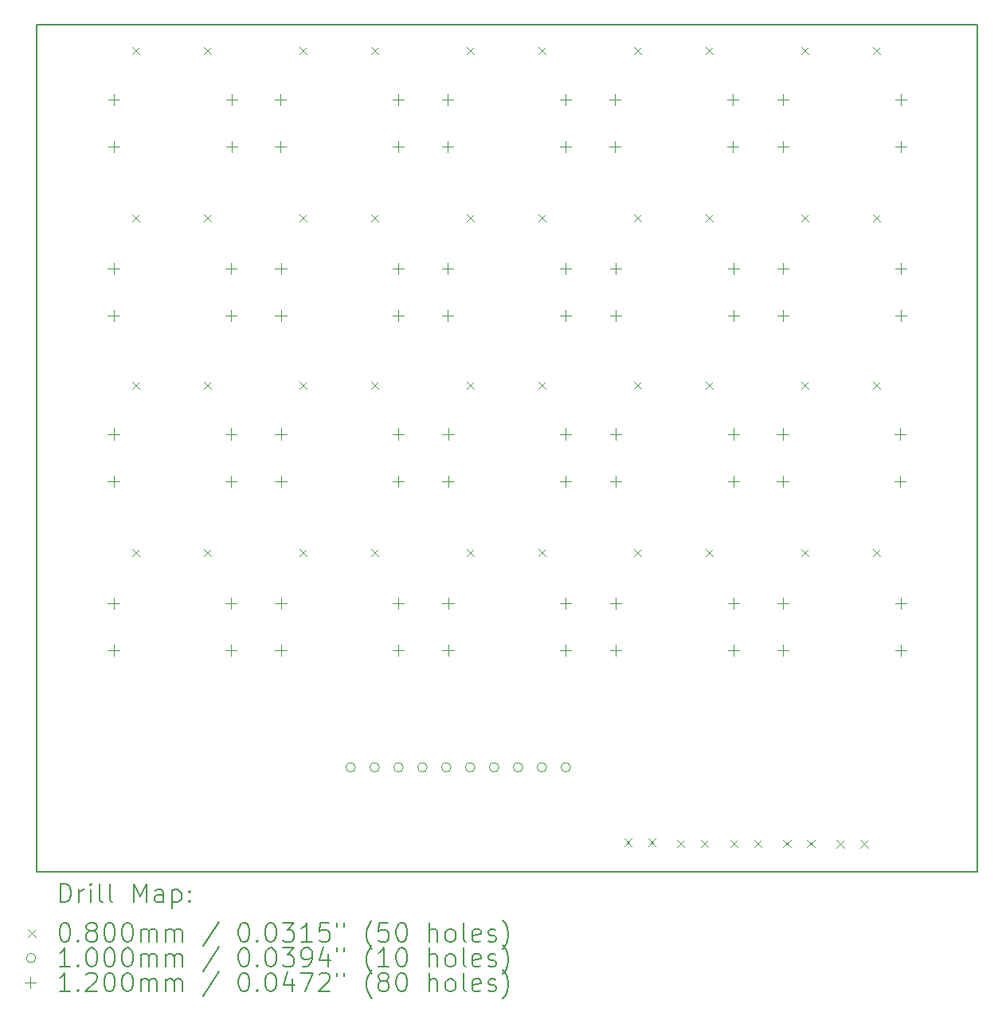
<source format=gbr>
%TF.GenerationSoftware,KiCad,Pcbnew,7.0.6*%
%TF.CreationDate,2024-12-08T10:07:49-05:00*%
%TF.ProjectId,Keypad,4b657970-6164-42e6-9b69-6361645f7063,rev?*%
%TF.SameCoordinates,Original*%
%TF.FileFunction,Drillmap*%
%TF.FilePolarity,Positive*%
%FSLAX45Y45*%
G04 Gerber Fmt 4.5, Leading zero omitted, Abs format (unit mm)*
G04 Created by KiCad (PCBNEW 7.0.6) date 2024-12-08 10:07:49*
%MOMM*%
%LPD*%
G01*
G04 APERTURE LIST*
%ADD10C,0.200000*%
%ADD11C,0.080000*%
%ADD12C,0.100000*%
%ADD13C,0.120000*%
G04 APERTURE END LIST*
D10*
X13000000Y-2500000D02*
X23000000Y-2500000D01*
X23000000Y-11500000D02*
X13000000Y-11500000D01*
X23000000Y-2500000D02*
X23000000Y-11500000D01*
X13000000Y-11500000D02*
X13000000Y-2500000D01*
D11*
X14015500Y-2734000D02*
X14095500Y-2814000D01*
X14095500Y-2734000D02*
X14015500Y-2814000D01*
X14015500Y-4512000D02*
X14095500Y-4592000D01*
X14095500Y-4512000D02*
X14015500Y-4592000D01*
X14015500Y-6290000D02*
X14095500Y-6370000D01*
X14095500Y-6290000D02*
X14015500Y-6370000D01*
X14015500Y-8068000D02*
X14095500Y-8148000D01*
X14095500Y-8068000D02*
X14015500Y-8148000D01*
X14777500Y-2734000D02*
X14857500Y-2814000D01*
X14857500Y-2734000D02*
X14777500Y-2814000D01*
X14777500Y-4512000D02*
X14857500Y-4592000D01*
X14857500Y-4512000D02*
X14777500Y-4592000D01*
X14777500Y-6290000D02*
X14857500Y-6370000D01*
X14857500Y-6290000D02*
X14777500Y-6370000D01*
X14777500Y-8068000D02*
X14857500Y-8148000D01*
X14857500Y-8068000D02*
X14777500Y-8148000D01*
X15793500Y-2734000D02*
X15873500Y-2814000D01*
X15873500Y-2734000D02*
X15793500Y-2814000D01*
X15793500Y-4512000D02*
X15873500Y-4592000D01*
X15873500Y-4512000D02*
X15793500Y-4592000D01*
X15793500Y-6290000D02*
X15873500Y-6370000D01*
X15873500Y-6290000D02*
X15793500Y-6370000D01*
X15793500Y-8068000D02*
X15873500Y-8148000D01*
X15873500Y-8068000D02*
X15793500Y-8148000D01*
X16555500Y-2734000D02*
X16635500Y-2814000D01*
X16635500Y-2734000D02*
X16555500Y-2814000D01*
X16555500Y-4512000D02*
X16635500Y-4592000D01*
X16635500Y-4512000D02*
X16555500Y-4592000D01*
X16555500Y-6290000D02*
X16635500Y-6370000D01*
X16635500Y-6290000D02*
X16555500Y-6370000D01*
X16555500Y-8068000D02*
X16635500Y-8148000D01*
X16635500Y-8068000D02*
X16555500Y-8148000D01*
X17571500Y-2734000D02*
X17651500Y-2814000D01*
X17651500Y-2734000D02*
X17571500Y-2814000D01*
X17571500Y-4512000D02*
X17651500Y-4592000D01*
X17651500Y-4512000D02*
X17571500Y-4592000D01*
X17571500Y-6290000D02*
X17651500Y-6370000D01*
X17651500Y-6290000D02*
X17571500Y-6370000D01*
X17571500Y-8068000D02*
X17651500Y-8148000D01*
X17651500Y-8068000D02*
X17571500Y-8148000D01*
X18333500Y-2734000D02*
X18413500Y-2814000D01*
X18413500Y-2734000D02*
X18333500Y-2814000D01*
X18333500Y-4512000D02*
X18413500Y-4592000D01*
X18413500Y-4512000D02*
X18333500Y-4592000D01*
X18333500Y-6290000D02*
X18413500Y-6370000D01*
X18413500Y-6290000D02*
X18333500Y-6370000D01*
X18333500Y-8068000D02*
X18413500Y-8148000D01*
X18413500Y-8068000D02*
X18333500Y-8148000D01*
X19245000Y-11145000D02*
X19325000Y-11225000D01*
X19325000Y-11145000D02*
X19245000Y-11225000D01*
X19349500Y-2734000D02*
X19429500Y-2814000D01*
X19429500Y-2734000D02*
X19349500Y-2814000D01*
X19349500Y-4512000D02*
X19429500Y-4592000D01*
X19429500Y-4512000D02*
X19349500Y-4592000D01*
X19349500Y-6290000D02*
X19429500Y-6370000D01*
X19429500Y-6290000D02*
X19349500Y-6370000D01*
X19349500Y-8068000D02*
X19429500Y-8148000D01*
X19429500Y-8068000D02*
X19349500Y-8148000D01*
X19499000Y-11145000D02*
X19579000Y-11225000D01*
X19579000Y-11145000D02*
X19499000Y-11225000D01*
X19805000Y-11157500D02*
X19885000Y-11237500D01*
X19885000Y-11157500D02*
X19805000Y-11237500D01*
X20059000Y-11157500D02*
X20139000Y-11237500D01*
X20139000Y-11157500D02*
X20059000Y-11237500D01*
X20111500Y-2734000D02*
X20191500Y-2814000D01*
X20191500Y-2734000D02*
X20111500Y-2814000D01*
X20111500Y-4512000D02*
X20191500Y-4592000D01*
X20191500Y-4512000D02*
X20111500Y-4592000D01*
X20111500Y-6290000D02*
X20191500Y-6370000D01*
X20191500Y-6290000D02*
X20111500Y-6370000D01*
X20111500Y-8068000D02*
X20191500Y-8148000D01*
X20191500Y-8068000D02*
X20111500Y-8148000D01*
X20372500Y-11157500D02*
X20452500Y-11237500D01*
X20452500Y-11157500D02*
X20372500Y-11237500D01*
X20626500Y-11157500D02*
X20706500Y-11237500D01*
X20706500Y-11157500D02*
X20626500Y-11237500D01*
X20935000Y-11157500D02*
X21015000Y-11237500D01*
X21015000Y-11157500D02*
X20935000Y-11237500D01*
X21127500Y-2734000D02*
X21207500Y-2814000D01*
X21207500Y-2734000D02*
X21127500Y-2814000D01*
X21127500Y-4512000D02*
X21207500Y-4592000D01*
X21207500Y-4512000D02*
X21127500Y-4592000D01*
X21127500Y-6290000D02*
X21207500Y-6370000D01*
X21207500Y-6290000D02*
X21127500Y-6370000D01*
X21127500Y-8068000D02*
X21207500Y-8148000D01*
X21207500Y-8068000D02*
X21127500Y-8148000D01*
X21189000Y-11157500D02*
X21269000Y-11237500D01*
X21269000Y-11157500D02*
X21189000Y-11237500D01*
X21502500Y-11160000D02*
X21582500Y-11240000D01*
X21582500Y-11160000D02*
X21502500Y-11240000D01*
X21756500Y-11160000D02*
X21836500Y-11240000D01*
X21836500Y-11160000D02*
X21756500Y-11240000D01*
X21889500Y-2734000D02*
X21969500Y-2814000D01*
X21969500Y-2734000D02*
X21889500Y-2814000D01*
X21889500Y-4512000D02*
X21969500Y-4592000D01*
X21969500Y-4512000D02*
X21889500Y-4592000D01*
X21889500Y-6290000D02*
X21969500Y-6370000D01*
X21969500Y-6290000D02*
X21889500Y-6370000D01*
X21889500Y-8068000D02*
X21969500Y-8148000D01*
X21969500Y-8068000D02*
X21889500Y-8148000D01*
D12*
X16388000Y-10387500D02*
G75*
G03*
X16388000Y-10387500I-50000J0D01*
G01*
X16642000Y-10387500D02*
G75*
G03*
X16642000Y-10387500I-50000J0D01*
G01*
X16896000Y-10387500D02*
G75*
G03*
X16896000Y-10387500I-50000J0D01*
G01*
X17150000Y-10387500D02*
G75*
G03*
X17150000Y-10387500I-50000J0D01*
G01*
X17404000Y-10387500D02*
G75*
G03*
X17404000Y-10387500I-50000J0D01*
G01*
X17658000Y-10387500D02*
G75*
G03*
X17658000Y-10387500I-50000J0D01*
G01*
X17912000Y-10387500D02*
G75*
G03*
X17912000Y-10387500I-50000J0D01*
G01*
X18166000Y-10387500D02*
G75*
G03*
X18166000Y-10387500I-50000J0D01*
G01*
X18420000Y-10387500D02*
G75*
G03*
X18420000Y-10387500I-50000J0D01*
G01*
X18674000Y-10387500D02*
G75*
G03*
X18674000Y-10387500I-50000J0D01*
G01*
D13*
X13817500Y-5028000D02*
X13817500Y-5148000D01*
X13757500Y-5088000D02*
X13877500Y-5088000D01*
X13817500Y-5528000D02*
X13817500Y-5648000D01*
X13757500Y-5588000D02*
X13877500Y-5588000D01*
X13817500Y-6786000D02*
X13817500Y-6906000D01*
X13757500Y-6846000D02*
X13877500Y-6846000D01*
X13817500Y-7286000D02*
X13817500Y-7406000D01*
X13757500Y-7346000D02*
X13877500Y-7346000D01*
X13817500Y-8584000D02*
X13817500Y-8704000D01*
X13757500Y-8644000D02*
X13877500Y-8644000D01*
X13817500Y-9084000D02*
X13817500Y-9204000D01*
X13757500Y-9144000D02*
X13877500Y-9144000D01*
X13821500Y-3236000D02*
X13821500Y-3356000D01*
X13761500Y-3296000D02*
X13881500Y-3296000D01*
X13821500Y-3736000D02*
X13821500Y-3856000D01*
X13761500Y-3796000D02*
X13881500Y-3796000D01*
X15067500Y-5028000D02*
X15067500Y-5148000D01*
X15007500Y-5088000D02*
X15127500Y-5088000D01*
X15067500Y-5528000D02*
X15067500Y-5648000D01*
X15007500Y-5588000D02*
X15127500Y-5588000D01*
X15067500Y-6786000D02*
X15067500Y-6906000D01*
X15007500Y-6846000D02*
X15127500Y-6846000D01*
X15067500Y-7286000D02*
X15067500Y-7406000D01*
X15007500Y-7346000D02*
X15127500Y-7346000D01*
X15067500Y-8584000D02*
X15067500Y-8704000D01*
X15007500Y-8644000D02*
X15127500Y-8644000D01*
X15067500Y-9084000D02*
X15067500Y-9204000D01*
X15007500Y-9144000D02*
X15127500Y-9144000D01*
X15071500Y-3236000D02*
X15071500Y-3356000D01*
X15011500Y-3296000D02*
X15131500Y-3296000D01*
X15071500Y-3736000D02*
X15071500Y-3856000D01*
X15011500Y-3796000D02*
X15131500Y-3796000D01*
X15591500Y-3236000D02*
X15591500Y-3356000D01*
X15531500Y-3296000D02*
X15651500Y-3296000D01*
X15591500Y-3736000D02*
X15591500Y-3856000D01*
X15531500Y-3796000D02*
X15651500Y-3796000D01*
X15595500Y-5028000D02*
X15595500Y-5148000D01*
X15535500Y-5088000D02*
X15655500Y-5088000D01*
X15595500Y-5528000D02*
X15595500Y-5648000D01*
X15535500Y-5588000D02*
X15655500Y-5588000D01*
X15595500Y-6786000D02*
X15595500Y-6906000D01*
X15535500Y-6846000D02*
X15655500Y-6846000D01*
X15595500Y-7286000D02*
X15595500Y-7406000D01*
X15535500Y-7346000D02*
X15655500Y-7346000D01*
X15595500Y-8584000D02*
X15595500Y-8704000D01*
X15535500Y-8644000D02*
X15655500Y-8644000D01*
X15595500Y-9084000D02*
X15595500Y-9204000D01*
X15535500Y-9144000D02*
X15655500Y-9144000D01*
X16841500Y-3236000D02*
X16841500Y-3356000D01*
X16781500Y-3296000D02*
X16901500Y-3296000D01*
X16841500Y-3736000D02*
X16841500Y-3856000D01*
X16781500Y-3796000D02*
X16901500Y-3796000D01*
X16845500Y-5028000D02*
X16845500Y-5148000D01*
X16785500Y-5088000D02*
X16905500Y-5088000D01*
X16845500Y-5528000D02*
X16845500Y-5648000D01*
X16785500Y-5588000D02*
X16905500Y-5588000D01*
X16845500Y-6786000D02*
X16845500Y-6906000D01*
X16785500Y-6846000D02*
X16905500Y-6846000D01*
X16845500Y-7286000D02*
X16845500Y-7406000D01*
X16785500Y-7346000D02*
X16905500Y-7346000D01*
X16845500Y-8584000D02*
X16845500Y-8704000D01*
X16785500Y-8644000D02*
X16905500Y-8644000D01*
X16845500Y-9084000D02*
X16845500Y-9204000D01*
X16785500Y-9144000D02*
X16905500Y-9144000D01*
X17369500Y-3236000D02*
X17369500Y-3356000D01*
X17309500Y-3296000D02*
X17429500Y-3296000D01*
X17369500Y-3736000D02*
X17369500Y-3856000D01*
X17309500Y-3796000D02*
X17429500Y-3796000D01*
X17369500Y-5028000D02*
X17369500Y-5148000D01*
X17309500Y-5088000D02*
X17429500Y-5088000D01*
X17369500Y-5528000D02*
X17369500Y-5648000D01*
X17309500Y-5588000D02*
X17429500Y-5588000D01*
X17373500Y-6786000D02*
X17373500Y-6906000D01*
X17313500Y-6846000D02*
X17433500Y-6846000D01*
X17373500Y-7286000D02*
X17373500Y-7406000D01*
X17313500Y-7346000D02*
X17433500Y-7346000D01*
X17373500Y-8584000D02*
X17373500Y-8704000D01*
X17313500Y-8644000D02*
X17433500Y-8644000D01*
X17373500Y-9084000D02*
X17373500Y-9204000D01*
X17313500Y-9144000D02*
X17433500Y-9144000D01*
X18619500Y-3236000D02*
X18619500Y-3356000D01*
X18559500Y-3296000D02*
X18679500Y-3296000D01*
X18619500Y-3736000D02*
X18619500Y-3856000D01*
X18559500Y-3796000D02*
X18679500Y-3796000D01*
X18619500Y-5028000D02*
X18619500Y-5148000D01*
X18559500Y-5088000D02*
X18679500Y-5088000D01*
X18619500Y-5528000D02*
X18619500Y-5648000D01*
X18559500Y-5588000D02*
X18679500Y-5588000D01*
X18623500Y-6786000D02*
X18623500Y-6906000D01*
X18563500Y-6846000D02*
X18683500Y-6846000D01*
X18623500Y-7286000D02*
X18623500Y-7406000D01*
X18563500Y-7346000D02*
X18683500Y-7346000D01*
X18623500Y-8584000D02*
X18623500Y-8704000D01*
X18563500Y-8644000D02*
X18683500Y-8644000D01*
X18623500Y-9084000D02*
X18623500Y-9204000D01*
X18563500Y-9144000D02*
X18683500Y-9144000D01*
X19147500Y-3236000D02*
X19147500Y-3356000D01*
X19087500Y-3296000D02*
X19207500Y-3296000D01*
X19147500Y-3736000D02*
X19147500Y-3856000D01*
X19087500Y-3796000D02*
X19207500Y-3796000D01*
X19155500Y-5028000D02*
X19155500Y-5148000D01*
X19095500Y-5088000D02*
X19215500Y-5088000D01*
X19155500Y-5528000D02*
X19155500Y-5648000D01*
X19095500Y-5588000D02*
X19215500Y-5588000D01*
X19155500Y-6786000D02*
X19155500Y-6906000D01*
X19095500Y-6846000D02*
X19215500Y-6846000D01*
X19155500Y-7286000D02*
X19155500Y-7406000D01*
X19095500Y-7346000D02*
X19215500Y-7346000D01*
X19155500Y-8584000D02*
X19155500Y-8704000D01*
X19095500Y-8644000D02*
X19215500Y-8644000D01*
X19155500Y-9084000D02*
X19155500Y-9204000D01*
X19095500Y-9144000D02*
X19215500Y-9144000D01*
X20397500Y-3236000D02*
X20397500Y-3356000D01*
X20337500Y-3296000D02*
X20457500Y-3296000D01*
X20397500Y-3736000D02*
X20397500Y-3856000D01*
X20337500Y-3796000D02*
X20457500Y-3796000D01*
X20405500Y-5028000D02*
X20405500Y-5148000D01*
X20345500Y-5088000D02*
X20465500Y-5088000D01*
X20405500Y-5528000D02*
X20405500Y-5648000D01*
X20345500Y-5588000D02*
X20465500Y-5588000D01*
X20405500Y-6786000D02*
X20405500Y-6906000D01*
X20345500Y-6846000D02*
X20465500Y-6846000D01*
X20405500Y-7286000D02*
X20405500Y-7406000D01*
X20345500Y-7346000D02*
X20465500Y-7346000D01*
X20405500Y-8584000D02*
X20405500Y-8704000D01*
X20345500Y-8644000D02*
X20465500Y-8644000D01*
X20405500Y-9084000D02*
X20405500Y-9204000D01*
X20345500Y-9144000D02*
X20465500Y-9144000D01*
X20929500Y-6786000D02*
X20929500Y-6906000D01*
X20869500Y-6846000D02*
X20989500Y-6846000D01*
X20929500Y-7286000D02*
X20929500Y-7406000D01*
X20869500Y-7346000D02*
X20989500Y-7346000D01*
X20933500Y-3236000D02*
X20933500Y-3356000D01*
X20873500Y-3296000D02*
X20993500Y-3296000D01*
X20933500Y-3736000D02*
X20933500Y-3856000D01*
X20873500Y-3796000D02*
X20993500Y-3796000D01*
X20933500Y-5028000D02*
X20933500Y-5148000D01*
X20873500Y-5088000D02*
X20993500Y-5088000D01*
X20933500Y-5528000D02*
X20933500Y-5648000D01*
X20873500Y-5588000D02*
X20993500Y-5588000D01*
X20933500Y-8584000D02*
X20933500Y-8704000D01*
X20873500Y-8644000D02*
X20993500Y-8644000D01*
X20933500Y-9084000D02*
X20933500Y-9204000D01*
X20873500Y-9144000D02*
X20993500Y-9144000D01*
X22179500Y-6786000D02*
X22179500Y-6906000D01*
X22119500Y-6846000D02*
X22239500Y-6846000D01*
X22179500Y-7286000D02*
X22179500Y-7406000D01*
X22119500Y-7346000D02*
X22239500Y-7346000D01*
X22183500Y-3236000D02*
X22183500Y-3356000D01*
X22123500Y-3296000D02*
X22243500Y-3296000D01*
X22183500Y-3736000D02*
X22183500Y-3856000D01*
X22123500Y-3796000D02*
X22243500Y-3796000D01*
X22183500Y-5028000D02*
X22183500Y-5148000D01*
X22123500Y-5088000D02*
X22243500Y-5088000D01*
X22183500Y-5528000D02*
X22183500Y-5648000D01*
X22123500Y-5588000D02*
X22243500Y-5588000D01*
X22183500Y-8584000D02*
X22183500Y-8704000D01*
X22123500Y-8644000D02*
X22243500Y-8644000D01*
X22183500Y-9084000D02*
X22183500Y-9204000D01*
X22123500Y-9144000D02*
X22243500Y-9144000D01*
D10*
X13250777Y-11821484D02*
X13250777Y-11621484D01*
X13250777Y-11621484D02*
X13298396Y-11621484D01*
X13298396Y-11621484D02*
X13326967Y-11631008D01*
X13326967Y-11631008D02*
X13346015Y-11650055D01*
X13346015Y-11650055D02*
X13355539Y-11669103D01*
X13355539Y-11669103D02*
X13365062Y-11707198D01*
X13365062Y-11707198D02*
X13365062Y-11735769D01*
X13365062Y-11735769D02*
X13355539Y-11773865D01*
X13355539Y-11773865D02*
X13346015Y-11792912D01*
X13346015Y-11792912D02*
X13326967Y-11811960D01*
X13326967Y-11811960D02*
X13298396Y-11821484D01*
X13298396Y-11821484D02*
X13250777Y-11821484D01*
X13450777Y-11821484D02*
X13450777Y-11688150D01*
X13450777Y-11726246D02*
X13460301Y-11707198D01*
X13460301Y-11707198D02*
X13469824Y-11697674D01*
X13469824Y-11697674D02*
X13488872Y-11688150D01*
X13488872Y-11688150D02*
X13507920Y-11688150D01*
X13574586Y-11821484D02*
X13574586Y-11688150D01*
X13574586Y-11621484D02*
X13565062Y-11631008D01*
X13565062Y-11631008D02*
X13574586Y-11640531D01*
X13574586Y-11640531D02*
X13584110Y-11631008D01*
X13584110Y-11631008D02*
X13574586Y-11621484D01*
X13574586Y-11621484D02*
X13574586Y-11640531D01*
X13698396Y-11821484D02*
X13679348Y-11811960D01*
X13679348Y-11811960D02*
X13669824Y-11792912D01*
X13669824Y-11792912D02*
X13669824Y-11621484D01*
X13803158Y-11821484D02*
X13784110Y-11811960D01*
X13784110Y-11811960D02*
X13774586Y-11792912D01*
X13774586Y-11792912D02*
X13774586Y-11621484D01*
X14031729Y-11821484D02*
X14031729Y-11621484D01*
X14031729Y-11621484D02*
X14098396Y-11764341D01*
X14098396Y-11764341D02*
X14165062Y-11621484D01*
X14165062Y-11621484D02*
X14165062Y-11821484D01*
X14346015Y-11821484D02*
X14346015Y-11716722D01*
X14346015Y-11716722D02*
X14336491Y-11697674D01*
X14336491Y-11697674D02*
X14317443Y-11688150D01*
X14317443Y-11688150D02*
X14279348Y-11688150D01*
X14279348Y-11688150D02*
X14260301Y-11697674D01*
X14346015Y-11811960D02*
X14326967Y-11821484D01*
X14326967Y-11821484D02*
X14279348Y-11821484D01*
X14279348Y-11821484D02*
X14260301Y-11811960D01*
X14260301Y-11811960D02*
X14250777Y-11792912D01*
X14250777Y-11792912D02*
X14250777Y-11773865D01*
X14250777Y-11773865D02*
X14260301Y-11754817D01*
X14260301Y-11754817D02*
X14279348Y-11745293D01*
X14279348Y-11745293D02*
X14326967Y-11745293D01*
X14326967Y-11745293D02*
X14346015Y-11735769D01*
X14441253Y-11688150D02*
X14441253Y-11888150D01*
X14441253Y-11697674D02*
X14460301Y-11688150D01*
X14460301Y-11688150D02*
X14498396Y-11688150D01*
X14498396Y-11688150D02*
X14517443Y-11697674D01*
X14517443Y-11697674D02*
X14526967Y-11707198D01*
X14526967Y-11707198D02*
X14536491Y-11726246D01*
X14536491Y-11726246D02*
X14536491Y-11783388D01*
X14536491Y-11783388D02*
X14526967Y-11802436D01*
X14526967Y-11802436D02*
X14517443Y-11811960D01*
X14517443Y-11811960D02*
X14498396Y-11821484D01*
X14498396Y-11821484D02*
X14460301Y-11821484D01*
X14460301Y-11821484D02*
X14441253Y-11811960D01*
X14622205Y-11802436D02*
X14631729Y-11811960D01*
X14631729Y-11811960D02*
X14622205Y-11821484D01*
X14622205Y-11821484D02*
X14612682Y-11811960D01*
X14612682Y-11811960D02*
X14622205Y-11802436D01*
X14622205Y-11802436D02*
X14622205Y-11821484D01*
X14622205Y-11697674D02*
X14631729Y-11707198D01*
X14631729Y-11707198D02*
X14622205Y-11716722D01*
X14622205Y-11716722D02*
X14612682Y-11707198D01*
X14612682Y-11707198D02*
X14622205Y-11697674D01*
X14622205Y-11697674D02*
X14622205Y-11716722D01*
D11*
X12910000Y-12110000D02*
X12990000Y-12190000D01*
X12990000Y-12110000D02*
X12910000Y-12190000D01*
D10*
X13288872Y-12041484D02*
X13307920Y-12041484D01*
X13307920Y-12041484D02*
X13326967Y-12051008D01*
X13326967Y-12051008D02*
X13336491Y-12060531D01*
X13336491Y-12060531D02*
X13346015Y-12079579D01*
X13346015Y-12079579D02*
X13355539Y-12117674D01*
X13355539Y-12117674D02*
X13355539Y-12165293D01*
X13355539Y-12165293D02*
X13346015Y-12203388D01*
X13346015Y-12203388D02*
X13336491Y-12222436D01*
X13336491Y-12222436D02*
X13326967Y-12231960D01*
X13326967Y-12231960D02*
X13307920Y-12241484D01*
X13307920Y-12241484D02*
X13288872Y-12241484D01*
X13288872Y-12241484D02*
X13269824Y-12231960D01*
X13269824Y-12231960D02*
X13260301Y-12222436D01*
X13260301Y-12222436D02*
X13250777Y-12203388D01*
X13250777Y-12203388D02*
X13241253Y-12165293D01*
X13241253Y-12165293D02*
X13241253Y-12117674D01*
X13241253Y-12117674D02*
X13250777Y-12079579D01*
X13250777Y-12079579D02*
X13260301Y-12060531D01*
X13260301Y-12060531D02*
X13269824Y-12051008D01*
X13269824Y-12051008D02*
X13288872Y-12041484D01*
X13441253Y-12222436D02*
X13450777Y-12231960D01*
X13450777Y-12231960D02*
X13441253Y-12241484D01*
X13441253Y-12241484D02*
X13431729Y-12231960D01*
X13431729Y-12231960D02*
X13441253Y-12222436D01*
X13441253Y-12222436D02*
X13441253Y-12241484D01*
X13565062Y-12127198D02*
X13546015Y-12117674D01*
X13546015Y-12117674D02*
X13536491Y-12108150D01*
X13536491Y-12108150D02*
X13526967Y-12089103D01*
X13526967Y-12089103D02*
X13526967Y-12079579D01*
X13526967Y-12079579D02*
X13536491Y-12060531D01*
X13536491Y-12060531D02*
X13546015Y-12051008D01*
X13546015Y-12051008D02*
X13565062Y-12041484D01*
X13565062Y-12041484D02*
X13603158Y-12041484D01*
X13603158Y-12041484D02*
X13622205Y-12051008D01*
X13622205Y-12051008D02*
X13631729Y-12060531D01*
X13631729Y-12060531D02*
X13641253Y-12079579D01*
X13641253Y-12079579D02*
X13641253Y-12089103D01*
X13641253Y-12089103D02*
X13631729Y-12108150D01*
X13631729Y-12108150D02*
X13622205Y-12117674D01*
X13622205Y-12117674D02*
X13603158Y-12127198D01*
X13603158Y-12127198D02*
X13565062Y-12127198D01*
X13565062Y-12127198D02*
X13546015Y-12136722D01*
X13546015Y-12136722D02*
X13536491Y-12146246D01*
X13536491Y-12146246D02*
X13526967Y-12165293D01*
X13526967Y-12165293D02*
X13526967Y-12203388D01*
X13526967Y-12203388D02*
X13536491Y-12222436D01*
X13536491Y-12222436D02*
X13546015Y-12231960D01*
X13546015Y-12231960D02*
X13565062Y-12241484D01*
X13565062Y-12241484D02*
X13603158Y-12241484D01*
X13603158Y-12241484D02*
X13622205Y-12231960D01*
X13622205Y-12231960D02*
X13631729Y-12222436D01*
X13631729Y-12222436D02*
X13641253Y-12203388D01*
X13641253Y-12203388D02*
X13641253Y-12165293D01*
X13641253Y-12165293D02*
X13631729Y-12146246D01*
X13631729Y-12146246D02*
X13622205Y-12136722D01*
X13622205Y-12136722D02*
X13603158Y-12127198D01*
X13765062Y-12041484D02*
X13784110Y-12041484D01*
X13784110Y-12041484D02*
X13803158Y-12051008D01*
X13803158Y-12051008D02*
X13812682Y-12060531D01*
X13812682Y-12060531D02*
X13822205Y-12079579D01*
X13822205Y-12079579D02*
X13831729Y-12117674D01*
X13831729Y-12117674D02*
X13831729Y-12165293D01*
X13831729Y-12165293D02*
X13822205Y-12203388D01*
X13822205Y-12203388D02*
X13812682Y-12222436D01*
X13812682Y-12222436D02*
X13803158Y-12231960D01*
X13803158Y-12231960D02*
X13784110Y-12241484D01*
X13784110Y-12241484D02*
X13765062Y-12241484D01*
X13765062Y-12241484D02*
X13746015Y-12231960D01*
X13746015Y-12231960D02*
X13736491Y-12222436D01*
X13736491Y-12222436D02*
X13726967Y-12203388D01*
X13726967Y-12203388D02*
X13717443Y-12165293D01*
X13717443Y-12165293D02*
X13717443Y-12117674D01*
X13717443Y-12117674D02*
X13726967Y-12079579D01*
X13726967Y-12079579D02*
X13736491Y-12060531D01*
X13736491Y-12060531D02*
X13746015Y-12051008D01*
X13746015Y-12051008D02*
X13765062Y-12041484D01*
X13955539Y-12041484D02*
X13974586Y-12041484D01*
X13974586Y-12041484D02*
X13993634Y-12051008D01*
X13993634Y-12051008D02*
X14003158Y-12060531D01*
X14003158Y-12060531D02*
X14012682Y-12079579D01*
X14012682Y-12079579D02*
X14022205Y-12117674D01*
X14022205Y-12117674D02*
X14022205Y-12165293D01*
X14022205Y-12165293D02*
X14012682Y-12203388D01*
X14012682Y-12203388D02*
X14003158Y-12222436D01*
X14003158Y-12222436D02*
X13993634Y-12231960D01*
X13993634Y-12231960D02*
X13974586Y-12241484D01*
X13974586Y-12241484D02*
X13955539Y-12241484D01*
X13955539Y-12241484D02*
X13936491Y-12231960D01*
X13936491Y-12231960D02*
X13926967Y-12222436D01*
X13926967Y-12222436D02*
X13917443Y-12203388D01*
X13917443Y-12203388D02*
X13907920Y-12165293D01*
X13907920Y-12165293D02*
X13907920Y-12117674D01*
X13907920Y-12117674D02*
X13917443Y-12079579D01*
X13917443Y-12079579D02*
X13926967Y-12060531D01*
X13926967Y-12060531D02*
X13936491Y-12051008D01*
X13936491Y-12051008D02*
X13955539Y-12041484D01*
X14107920Y-12241484D02*
X14107920Y-12108150D01*
X14107920Y-12127198D02*
X14117443Y-12117674D01*
X14117443Y-12117674D02*
X14136491Y-12108150D01*
X14136491Y-12108150D02*
X14165063Y-12108150D01*
X14165063Y-12108150D02*
X14184110Y-12117674D01*
X14184110Y-12117674D02*
X14193634Y-12136722D01*
X14193634Y-12136722D02*
X14193634Y-12241484D01*
X14193634Y-12136722D02*
X14203158Y-12117674D01*
X14203158Y-12117674D02*
X14222205Y-12108150D01*
X14222205Y-12108150D02*
X14250777Y-12108150D01*
X14250777Y-12108150D02*
X14269824Y-12117674D01*
X14269824Y-12117674D02*
X14279348Y-12136722D01*
X14279348Y-12136722D02*
X14279348Y-12241484D01*
X14374586Y-12241484D02*
X14374586Y-12108150D01*
X14374586Y-12127198D02*
X14384110Y-12117674D01*
X14384110Y-12117674D02*
X14403158Y-12108150D01*
X14403158Y-12108150D02*
X14431729Y-12108150D01*
X14431729Y-12108150D02*
X14450777Y-12117674D01*
X14450777Y-12117674D02*
X14460301Y-12136722D01*
X14460301Y-12136722D02*
X14460301Y-12241484D01*
X14460301Y-12136722D02*
X14469824Y-12117674D01*
X14469824Y-12117674D02*
X14488872Y-12108150D01*
X14488872Y-12108150D02*
X14517443Y-12108150D01*
X14517443Y-12108150D02*
X14536491Y-12117674D01*
X14536491Y-12117674D02*
X14546015Y-12136722D01*
X14546015Y-12136722D02*
X14546015Y-12241484D01*
X14936491Y-12031960D02*
X14765063Y-12289103D01*
X15193634Y-12041484D02*
X15212682Y-12041484D01*
X15212682Y-12041484D02*
X15231729Y-12051008D01*
X15231729Y-12051008D02*
X15241253Y-12060531D01*
X15241253Y-12060531D02*
X15250777Y-12079579D01*
X15250777Y-12079579D02*
X15260301Y-12117674D01*
X15260301Y-12117674D02*
X15260301Y-12165293D01*
X15260301Y-12165293D02*
X15250777Y-12203388D01*
X15250777Y-12203388D02*
X15241253Y-12222436D01*
X15241253Y-12222436D02*
X15231729Y-12231960D01*
X15231729Y-12231960D02*
X15212682Y-12241484D01*
X15212682Y-12241484D02*
X15193634Y-12241484D01*
X15193634Y-12241484D02*
X15174586Y-12231960D01*
X15174586Y-12231960D02*
X15165063Y-12222436D01*
X15165063Y-12222436D02*
X15155539Y-12203388D01*
X15155539Y-12203388D02*
X15146015Y-12165293D01*
X15146015Y-12165293D02*
X15146015Y-12117674D01*
X15146015Y-12117674D02*
X15155539Y-12079579D01*
X15155539Y-12079579D02*
X15165063Y-12060531D01*
X15165063Y-12060531D02*
X15174586Y-12051008D01*
X15174586Y-12051008D02*
X15193634Y-12041484D01*
X15346015Y-12222436D02*
X15355539Y-12231960D01*
X15355539Y-12231960D02*
X15346015Y-12241484D01*
X15346015Y-12241484D02*
X15336491Y-12231960D01*
X15336491Y-12231960D02*
X15346015Y-12222436D01*
X15346015Y-12222436D02*
X15346015Y-12241484D01*
X15479348Y-12041484D02*
X15498396Y-12041484D01*
X15498396Y-12041484D02*
X15517444Y-12051008D01*
X15517444Y-12051008D02*
X15526967Y-12060531D01*
X15526967Y-12060531D02*
X15536491Y-12079579D01*
X15536491Y-12079579D02*
X15546015Y-12117674D01*
X15546015Y-12117674D02*
X15546015Y-12165293D01*
X15546015Y-12165293D02*
X15536491Y-12203388D01*
X15536491Y-12203388D02*
X15526967Y-12222436D01*
X15526967Y-12222436D02*
X15517444Y-12231960D01*
X15517444Y-12231960D02*
X15498396Y-12241484D01*
X15498396Y-12241484D02*
X15479348Y-12241484D01*
X15479348Y-12241484D02*
X15460301Y-12231960D01*
X15460301Y-12231960D02*
X15450777Y-12222436D01*
X15450777Y-12222436D02*
X15441253Y-12203388D01*
X15441253Y-12203388D02*
X15431729Y-12165293D01*
X15431729Y-12165293D02*
X15431729Y-12117674D01*
X15431729Y-12117674D02*
X15441253Y-12079579D01*
X15441253Y-12079579D02*
X15450777Y-12060531D01*
X15450777Y-12060531D02*
X15460301Y-12051008D01*
X15460301Y-12051008D02*
X15479348Y-12041484D01*
X15612682Y-12041484D02*
X15736491Y-12041484D01*
X15736491Y-12041484D02*
X15669825Y-12117674D01*
X15669825Y-12117674D02*
X15698396Y-12117674D01*
X15698396Y-12117674D02*
X15717444Y-12127198D01*
X15717444Y-12127198D02*
X15726967Y-12136722D01*
X15726967Y-12136722D02*
X15736491Y-12155769D01*
X15736491Y-12155769D02*
X15736491Y-12203388D01*
X15736491Y-12203388D02*
X15726967Y-12222436D01*
X15726967Y-12222436D02*
X15717444Y-12231960D01*
X15717444Y-12231960D02*
X15698396Y-12241484D01*
X15698396Y-12241484D02*
X15641253Y-12241484D01*
X15641253Y-12241484D02*
X15622206Y-12231960D01*
X15622206Y-12231960D02*
X15612682Y-12222436D01*
X15926967Y-12241484D02*
X15812682Y-12241484D01*
X15869825Y-12241484D02*
X15869825Y-12041484D01*
X15869825Y-12041484D02*
X15850777Y-12070055D01*
X15850777Y-12070055D02*
X15831729Y-12089103D01*
X15831729Y-12089103D02*
X15812682Y-12098627D01*
X16107920Y-12041484D02*
X16012682Y-12041484D01*
X16012682Y-12041484D02*
X16003158Y-12136722D01*
X16003158Y-12136722D02*
X16012682Y-12127198D01*
X16012682Y-12127198D02*
X16031729Y-12117674D01*
X16031729Y-12117674D02*
X16079348Y-12117674D01*
X16079348Y-12117674D02*
X16098396Y-12127198D01*
X16098396Y-12127198D02*
X16107920Y-12136722D01*
X16107920Y-12136722D02*
X16117444Y-12155769D01*
X16117444Y-12155769D02*
X16117444Y-12203388D01*
X16117444Y-12203388D02*
X16107920Y-12222436D01*
X16107920Y-12222436D02*
X16098396Y-12231960D01*
X16098396Y-12231960D02*
X16079348Y-12241484D01*
X16079348Y-12241484D02*
X16031729Y-12241484D01*
X16031729Y-12241484D02*
X16012682Y-12231960D01*
X16012682Y-12231960D02*
X16003158Y-12222436D01*
X16193634Y-12041484D02*
X16193634Y-12079579D01*
X16269825Y-12041484D02*
X16269825Y-12079579D01*
X16565063Y-12317674D02*
X16555539Y-12308150D01*
X16555539Y-12308150D02*
X16536491Y-12279579D01*
X16536491Y-12279579D02*
X16526968Y-12260531D01*
X16526968Y-12260531D02*
X16517444Y-12231960D01*
X16517444Y-12231960D02*
X16507920Y-12184341D01*
X16507920Y-12184341D02*
X16507920Y-12146246D01*
X16507920Y-12146246D02*
X16517444Y-12098627D01*
X16517444Y-12098627D02*
X16526968Y-12070055D01*
X16526968Y-12070055D02*
X16536491Y-12051008D01*
X16536491Y-12051008D02*
X16555539Y-12022436D01*
X16555539Y-12022436D02*
X16565063Y-12012912D01*
X16736491Y-12041484D02*
X16641253Y-12041484D01*
X16641253Y-12041484D02*
X16631729Y-12136722D01*
X16631729Y-12136722D02*
X16641253Y-12127198D01*
X16641253Y-12127198D02*
X16660301Y-12117674D01*
X16660301Y-12117674D02*
X16707920Y-12117674D01*
X16707920Y-12117674D02*
X16726968Y-12127198D01*
X16726968Y-12127198D02*
X16736491Y-12136722D01*
X16736491Y-12136722D02*
X16746015Y-12155769D01*
X16746015Y-12155769D02*
X16746015Y-12203388D01*
X16746015Y-12203388D02*
X16736491Y-12222436D01*
X16736491Y-12222436D02*
X16726968Y-12231960D01*
X16726968Y-12231960D02*
X16707920Y-12241484D01*
X16707920Y-12241484D02*
X16660301Y-12241484D01*
X16660301Y-12241484D02*
X16641253Y-12231960D01*
X16641253Y-12231960D02*
X16631729Y-12222436D01*
X16869825Y-12041484D02*
X16888872Y-12041484D01*
X16888872Y-12041484D02*
X16907920Y-12051008D01*
X16907920Y-12051008D02*
X16917444Y-12060531D01*
X16917444Y-12060531D02*
X16926968Y-12079579D01*
X16926968Y-12079579D02*
X16936491Y-12117674D01*
X16936491Y-12117674D02*
X16936491Y-12165293D01*
X16936491Y-12165293D02*
X16926968Y-12203388D01*
X16926968Y-12203388D02*
X16917444Y-12222436D01*
X16917444Y-12222436D02*
X16907920Y-12231960D01*
X16907920Y-12231960D02*
X16888872Y-12241484D01*
X16888872Y-12241484D02*
X16869825Y-12241484D01*
X16869825Y-12241484D02*
X16850777Y-12231960D01*
X16850777Y-12231960D02*
X16841253Y-12222436D01*
X16841253Y-12222436D02*
X16831730Y-12203388D01*
X16831730Y-12203388D02*
X16822206Y-12165293D01*
X16822206Y-12165293D02*
X16822206Y-12117674D01*
X16822206Y-12117674D02*
X16831730Y-12079579D01*
X16831730Y-12079579D02*
X16841253Y-12060531D01*
X16841253Y-12060531D02*
X16850777Y-12051008D01*
X16850777Y-12051008D02*
X16869825Y-12041484D01*
X17174587Y-12241484D02*
X17174587Y-12041484D01*
X17260301Y-12241484D02*
X17260301Y-12136722D01*
X17260301Y-12136722D02*
X17250777Y-12117674D01*
X17250777Y-12117674D02*
X17231730Y-12108150D01*
X17231730Y-12108150D02*
X17203158Y-12108150D01*
X17203158Y-12108150D02*
X17184111Y-12117674D01*
X17184111Y-12117674D02*
X17174587Y-12127198D01*
X17384111Y-12241484D02*
X17365063Y-12231960D01*
X17365063Y-12231960D02*
X17355539Y-12222436D01*
X17355539Y-12222436D02*
X17346015Y-12203388D01*
X17346015Y-12203388D02*
X17346015Y-12146246D01*
X17346015Y-12146246D02*
X17355539Y-12127198D01*
X17355539Y-12127198D02*
X17365063Y-12117674D01*
X17365063Y-12117674D02*
X17384111Y-12108150D01*
X17384111Y-12108150D02*
X17412682Y-12108150D01*
X17412682Y-12108150D02*
X17431730Y-12117674D01*
X17431730Y-12117674D02*
X17441253Y-12127198D01*
X17441253Y-12127198D02*
X17450777Y-12146246D01*
X17450777Y-12146246D02*
X17450777Y-12203388D01*
X17450777Y-12203388D02*
X17441253Y-12222436D01*
X17441253Y-12222436D02*
X17431730Y-12231960D01*
X17431730Y-12231960D02*
X17412682Y-12241484D01*
X17412682Y-12241484D02*
X17384111Y-12241484D01*
X17565063Y-12241484D02*
X17546015Y-12231960D01*
X17546015Y-12231960D02*
X17536492Y-12212912D01*
X17536492Y-12212912D02*
X17536492Y-12041484D01*
X17717444Y-12231960D02*
X17698396Y-12241484D01*
X17698396Y-12241484D02*
X17660301Y-12241484D01*
X17660301Y-12241484D02*
X17641253Y-12231960D01*
X17641253Y-12231960D02*
X17631730Y-12212912D01*
X17631730Y-12212912D02*
X17631730Y-12136722D01*
X17631730Y-12136722D02*
X17641253Y-12117674D01*
X17641253Y-12117674D02*
X17660301Y-12108150D01*
X17660301Y-12108150D02*
X17698396Y-12108150D01*
X17698396Y-12108150D02*
X17717444Y-12117674D01*
X17717444Y-12117674D02*
X17726968Y-12136722D01*
X17726968Y-12136722D02*
X17726968Y-12155769D01*
X17726968Y-12155769D02*
X17631730Y-12174817D01*
X17803158Y-12231960D02*
X17822206Y-12241484D01*
X17822206Y-12241484D02*
X17860301Y-12241484D01*
X17860301Y-12241484D02*
X17879349Y-12231960D01*
X17879349Y-12231960D02*
X17888873Y-12212912D01*
X17888873Y-12212912D02*
X17888873Y-12203388D01*
X17888873Y-12203388D02*
X17879349Y-12184341D01*
X17879349Y-12184341D02*
X17860301Y-12174817D01*
X17860301Y-12174817D02*
X17831730Y-12174817D01*
X17831730Y-12174817D02*
X17812682Y-12165293D01*
X17812682Y-12165293D02*
X17803158Y-12146246D01*
X17803158Y-12146246D02*
X17803158Y-12136722D01*
X17803158Y-12136722D02*
X17812682Y-12117674D01*
X17812682Y-12117674D02*
X17831730Y-12108150D01*
X17831730Y-12108150D02*
X17860301Y-12108150D01*
X17860301Y-12108150D02*
X17879349Y-12117674D01*
X17955539Y-12317674D02*
X17965063Y-12308150D01*
X17965063Y-12308150D02*
X17984111Y-12279579D01*
X17984111Y-12279579D02*
X17993634Y-12260531D01*
X17993634Y-12260531D02*
X18003158Y-12231960D01*
X18003158Y-12231960D02*
X18012682Y-12184341D01*
X18012682Y-12184341D02*
X18012682Y-12146246D01*
X18012682Y-12146246D02*
X18003158Y-12098627D01*
X18003158Y-12098627D02*
X17993634Y-12070055D01*
X17993634Y-12070055D02*
X17984111Y-12051008D01*
X17984111Y-12051008D02*
X17965063Y-12022436D01*
X17965063Y-12022436D02*
X17955539Y-12012912D01*
D12*
X12990000Y-12414000D02*
G75*
G03*
X12990000Y-12414000I-50000J0D01*
G01*
D10*
X13355539Y-12505484D02*
X13241253Y-12505484D01*
X13298396Y-12505484D02*
X13298396Y-12305484D01*
X13298396Y-12305484D02*
X13279348Y-12334055D01*
X13279348Y-12334055D02*
X13260301Y-12353103D01*
X13260301Y-12353103D02*
X13241253Y-12362627D01*
X13441253Y-12486436D02*
X13450777Y-12495960D01*
X13450777Y-12495960D02*
X13441253Y-12505484D01*
X13441253Y-12505484D02*
X13431729Y-12495960D01*
X13431729Y-12495960D02*
X13441253Y-12486436D01*
X13441253Y-12486436D02*
X13441253Y-12505484D01*
X13574586Y-12305484D02*
X13593634Y-12305484D01*
X13593634Y-12305484D02*
X13612682Y-12315008D01*
X13612682Y-12315008D02*
X13622205Y-12324531D01*
X13622205Y-12324531D02*
X13631729Y-12343579D01*
X13631729Y-12343579D02*
X13641253Y-12381674D01*
X13641253Y-12381674D02*
X13641253Y-12429293D01*
X13641253Y-12429293D02*
X13631729Y-12467388D01*
X13631729Y-12467388D02*
X13622205Y-12486436D01*
X13622205Y-12486436D02*
X13612682Y-12495960D01*
X13612682Y-12495960D02*
X13593634Y-12505484D01*
X13593634Y-12505484D02*
X13574586Y-12505484D01*
X13574586Y-12505484D02*
X13555539Y-12495960D01*
X13555539Y-12495960D02*
X13546015Y-12486436D01*
X13546015Y-12486436D02*
X13536491Y-12467388D01*
X13536491Y-12467388D02*
X13526967Y-12429293D01*
X13526967Y-12429293D02*
X13526967Y-12381674D01*
X13526967Y-12381674D02*
X13536491Y-12343579D01*
X13536491Y-12343579D02*
X13546015Y-12324531D01*
X13546015Y-12324531D02*
X13555539Y-12315008D01*
X13555539Y-12315008D02*
X13574586Y-12305484D01*
X13765062Y-12305484D02*
X13784110Y-12305484D01*
X13784110Y-12305484D02*
X13803158Y-12315008D01*
X13803158Y-12315008D02*
X13812682Y-12324531D01*
X13812682Y-12324531D02*
X13822205Y-12343579D01*
X13822205Y-12343579D02*
X13831729Y-12381674D01*
X13831729Y-12381674D02*
X13831729Y-12429293D01*
X13831729Y-12429293D02*
X13822205Y-12467388D01*
X13822205Y-12467388D02*
X13812682Y-12486436D01*
X13812682Y-12486436D02*
X13803158Y-12495960D01*
X13803158Y-12495960D02*
X13784110Y-12505484D01*
X13784110Y-12505484D02*
X13765062Y-12505484D01*
X13765062Y-12505484D02*
X13746015Y-12495960D01*
X13746015Y-12495960D02*
X13736491Y-12486436D01*
X13736491Y-12486436D02*
X13726967Y-12467388D01*
X13726967Y-12467388D02*
X13717443Y-12429293D01*
X13717443Y-12429293D02*
X13717443Y-12381674D01*
X13717443Y-12381674D02*
X13726967Y-12343579D01*
X13726967Y-12343579D02*
X13736491Y-12324531D01*
X13736491Y-12324531D02*
X13746015Y-12315008D01*
X13746015Y-12315008D02*
X13765062Y-12305484D01*
X13955539Y-12305484D02*
X13974586Y-12305484D01*
X13974586Y-12305484D02*
X13993634Y-12315008D01*
X13993634Y-12315008D02*
X14003158Y-12324531D01*
X14003158Y-12324531D02*
X14012682Y-12343579D01*
X14012682Y-12343579D02*
X14022205Y-12381674D01*
X14022205Y-12381674D02*
X14022205Y-12429293D01*
X14022205Y-12429293D02*
X14012682Y-12467388D01*
X14012682Y-12467388D02*
X14003158Y-12486436D01*
X14003158Y-12486436D02*
X13993634Y-12495960D01*
X13993634Y-12495960D02*
X13974586Y-12505484D01*
X13974586Y-12505484D02*
X13955539Y-12505484D01*
X13955539Y-12505484D02*
X13936491Y-12495960D01*
X13936491Y-12495960D02*
X13926967Y-12486436D01*
X13926967Y-12486436D02*
X13917443Y-12467388D01*
X13917443Y-12467388D02*
X13907920Y-12429293D01*
X13907920Y-12429293D02*
X13907920Y-12381674D01*
X13907920Y-12381674D02*
X13917443Y-12343579D01*
X13917443Y-12343579D02*
X13926967Y-12324531D01*
X13926967Y-12324531D02*
X13936491Y-12315008D01*
X13936491Y-12315008D02*
X13955539Y-12305484D01*
X14107920Y-12505484D02*
X14107920Y-12372150D01*
X14107920Y-12391198D02*
X14117443Y-12381674D01*
X14117443Y-12381674D02*
X14136491Y-12372150D01*
X14136491Y-12372150D02*
X14165063Y-12372150D01*
X14165063Y-12372150D02*
X14184110Y-12381674D01*
X14184110Y-12381674D02*
X14193634Y-12400722D01*
X14193634Y-12400722D02*
X14193634Y-12505484D01*
X14193634Y-12400722D02*
X14203158Y-12381674D01*
X14203158Y-12381674D02*
X14222205Y-12372150D01*
X14222205Y-12372150D02*
X14250777Y-12372150D01*
X14250777Y-12372150D02*
X14269824Y-12381674D01*
X14269824Y-12381674D02*
X14279348Y-12400722D01*
X14279348Y-12400722D02*
X14279348Y-12505484D01*
X14374586Y-12505484D02*
X14374586Y-12372150D01*
X14374586Y-12391198D02*
X14384110Y-12381674D01*
X14384110Y-12381674D02*
X14403158Y-12372150D01*
X14403158Y-12372150D02*
X14431729Y-12372150D01*
X14431729Y-12372150D02*
X14450777Y-12381674D01*
X14450777Y-12381674D02*
X14460301Y-12400722D01*
X14460301Y-12400722D02*
X14460301Y-12505484D01*
X14460301Y-12400722D02*
X14469824Y-12381674D01*
X14469824Y-12381674D02*
X14488872Y-12372150D01*
X14488872Y-12372150D02*
X14517443Y-12372150D01*
X14517443Y-12372150D02*
X14536491Y-12381674D01*
X14536491Y-12381674D02*
X14546015Y-12400722D01*
X14546015Y-12400722D02*
X14546015Y-12505484D01*
X14936491Y-12295960D02*
X14765063Y-12553103D01*
X15193634Y-12305484D02*
X15212682Y-12305484D01*
X15212682Y-12305484D02*
X15231729Y-12315008D01*
X15231729Y-12315008D02*
X15241253Y-12324531D01*
X15241253Y-12324531D02*
X15250777Y-12343579D01*
X15250777Y-12343579D02*
X15260301Y-12381674D01*
X15260301Y-12381674D02*
X15260301Y-12429293D01*
X15260301Y-12429293D02*
X15250777Y-12467388D01*
X15250777Y-12467388D02*
X15241253Y-12486436D01*
X15241253Y-12486436D02*
X15231729Y-12495960D01*
X15231729Y-12495960D02*
X15212682Y-12505484D01*
X15212682Y-12505484D02*
X15193634Y-12505484D01*
X15193634Y-12505484D02*
X15174586Y-12495960D01*
X15174586Y-12495960D02*
X15165063Y-12486436D01*
X15165063Y-12486436D02*
X15155539Y-12467388D01*
X15155539Y-12467388D02*
X15146015Y-12429293D01*
X15146015Y-12429293D02*
X15146015Y-12381674D01*
X15146015Y-12381674D02*
X15155539Y-12343579D01*
X15155539Y-12343579D02*
X15165063Y-12324531D01*
X15165063Y-12324531D02*
X15174586Y-12315008D01*
X15174586Y-12315008D02*
X15193634Y-12305484D01*
X15346015Y-12486436D02*
X15355539Y-12495960D01*
X15355539Y-12495960D02*
X15346015Y-12505484D01*
X15346015Y-12505484D02*
X15336491Y-12495960D01*
X15336491Y-12495960D02*
X15346015Y-12486436D01*
X15346015Y-12486436D02*
X15346015Y-12505484D01*
X15479348Y-12305484D02*
X15498396Y-12305484D01*
X15498396Y-12305484D02*
X15517444Y-12315008D01*
X15517444Y-12315008D02*
X15526967Y-12324531D01*
X15526967Y-12324531D02*
X15536491Y-12343579D01*
X15536491Y-12343579D02*
X15546015Y-12381674D01*
X15546015Y-12381674D02*
X15546015Y-12429293D01*
X15546015Y-12429293D02*
X15536491Y-12467388D01*
X15536491Y-12467388D02*
X15526967Y-12486436D01*
X15526967Y-12486436D02*
X15517444Y-12495960D01*
X15517444Y-12495960D02*
X15498396Y-12505484D01*
X15498396Y-12505484D02*
X15479348Y-12505484D01*
X15479348Y-12505484D02*
X15460301Y-12495960D01*
X15460301Y-12495960D02*
X15450777Y-12486436D01*
X15450777Y-12486436D02*
X15441253Y-12467388D01*
X15441253Y-12467388D02*
X15431729Y-12429293D01*
X15431729Y-12429293D02*
X15431729Y-12381674D01*
X15431729Y-12381674D02*
X15441253Y-12343579D01*
X15441253Y-12343579D02*
X15450777Y-12324531D01*
X15450777Y-12324531D02*
X15460301Y-12315008D01*
X15460301Y-12315008D02*
X15479348Y-12305484D01*
X15612682Y-12305484D02*
X15736491Y-12305484D01*
X15736491Y-12305484D02*
X15669825Y-12381674D01*
X15669825Y-12381674D02*
X15698396Y-12381674D01*
X15698396Y-12381674D02*
X15717444Y-12391198D01*
X15717444Y-12391198D02*
X15726967Y-12400722D01*
X15726967Y-12400722D02*
X15736491Y-12419769D01*
X15736491Y-12419769D02*
X15736491Y-12467388D01*
X15736491Y-12467388D02*
X15726967Y-12486436D01*
X15726967Y-12486436D02*
X15717444Y-12495960D01*
X15717444Y-12495960D02*
X15698396Y-12505484D01*
X15698396Y-12505484D02*
X15641253Y-12505484D01*
X15641253Y-12505484D02*
X15622206Y-12495960D01*
X15622206Y-12495960D02*
X15612682Y-12486436D01*
X15831729Y-12505484D02*
X15869825Y-12505484D01*
X15869825Y-12505484D02*
X15888872Y-12495960D01*
X15888872Y-12495960D02*
X15898396Y-12486436D01*
X15898396Y-12486436D02*
X15917444Y-12457865D01*
X15917444Y-12457865D02*
X15926967Y-12419769D01*
X15926967Y-12419769D02*
X15926967Y-12343579D01*
X15926967Y-12343579D02*
X15917444Y-12324531D01*
X15917444Y-12324531D02*
X15907920Y-12315008D01*
X15907920Y-12315008D02*
X15888872Y-12305484D01*
X15888872Y-12305484D02*
X15850777Y-12305484D01*
X15850777Y-12305484D02*
X15831729Y-12315008D01*
X15831729Y-12315008D02*
X15822206Y-12324531D01*
X15822206Y-12324531D02*
X15812682Y-12343579D01*
X15812682Y-12343579D02*
X15812682Y-12391198D01*
X15812682Y-12391198D02*
X15822206Y-12410246D01*
X15822206Y-12410246D02*
X15831729Y-12419769D01*
X15831729Y-12419769D02*
X15850777Y-12429293D01*
X15850777Y-12429293D02*
X15888872Y-12429293D01*
X15888872Y-12429293D02*
X15907920Y-12419769D01*
X15907920Y-12419769D02*
X15917444Y-12410246D01*
X15917444Y-12410246D02*
X15926967Y-12391198D01*
X16098396Y-12372150D02*
X16098396Y-12505484D01*
X16050777Y-12295960D02*
X16003158Y-12438817D01*
X16003158Y-12438817D02*
X16126967Y-12438817D01*
X16193634Y-12305484D02*
X16193634Y-12343579D01*
X16269825Y-12305484D02*
X16269825Y-12343579D01*
X16565063Y-12581674D02*
X16555539Y-12572150D01*
X16555539Y-12572150D02*
X16536491Y-12543579D01*
X16536491Y-12543579D02*
X16526968Y-12524531D01*
X16526968Y-12524531D02*
X16517444Y-12495960D01*
X16517444Y-12495960D02*
X16507920Y-12448341D01*
X16507920Y-12448341D02*
X16507920Y-12410246D01*
X16507920Y-12410246D02*
X16517444Y-12362627D01*
X16517444Y-12362627D02*
X16526968Y-12334055D01*
X16526968Y-12334055D02*
X16536491Y-12315008D01*
X16536491Y-12315008D02*
X16555539Y-12286436D01*
X16555539Y-12286436D02*
X16565063Y-12276912D01*
X16746015Y-12505484D02*
X16631729Y-12505484D01*
X16688872Y-12505484D02*
X16688872Y-12305484D01*
X16688872Y-12305484D02*
X16669825Y-12334055D01*
X16669825Y-12334055D02*
X16650777Y-12353103D01*
X16650777Y-12353103D02*
X16631729Y-12362627D01*
X16869825Y-12305484D02*
X16888872Y-12305484D01*
X16888872Y-12305484D02*
X16907920Y-12315008D01*
X16907920Y-12315008D02*
X16917444Y-12324531D01*
X16917444Y-12324531D02*
X16926968Y-12343579D01*
X16926968Y-12343579D02*
X16936491Y-12381674D01*
X16936491Y-12381674D02*
X16936491Y-12429293D01*
X16936491Y-12429293D02*
X16926968Y-12467388D01*
X16926968Y-12467388D02*
X16917444Y-12486436D01*
X16917444Y-12486436D02*
X16907920Y-12495960D01*
X16907920Y-12495960D02*
X16888872Y-12505484D01*
X16888872Y-12505484D02*
X16869825Y-12505484D01*
X16869825Y-12505484D02*
X16850777Y-12495960D01*
X16850777Y-12495960D02*
X16841253Y-12486436D01*
X16841253Y-12486436D02*
X16831730Y-12467388D01*
X16831730Y-12467388D02*
X16822206Y-12429293D01*
X16822206Y-12429293D02*
X16822206Y-12381674D01*
X16822206Y-12381674D02*
X16831730Y-12343579D01*
X16831730Y-12343579D02*
X16841253Y-12324531D01*
X16841253Y-12324531D02*
X16850777Y-12315008D01*
X16850777Y-12315008D02*
X16869825Y-12305484D01*
X17174587Y-12505484D02*
X17174587Y-12305484D01*
X17260301Y-12505484D02*
X17260301Y-12400722D01*
X17260301Y-12400722D02*
X17250777Y-12381674D01*
X17250777Y-12381674D02*
X17231730Y-12372150D01*
X17231730Y-12372150D02*
X17203158Y-12372150D01*
X17203158Y-12372150D02*
X17184111Y-12381674D01*
X17184111Y-12381674D02*
X17174587Y-12391198D01*
X17384111Y-12505484D02*
X17365063Y-12495960D01*
X17365063Y-12495960D02*
X17355539Y-12486436D01*
X17355539Y-12486436D02*
X17346015Y-12467388D01*
X17346015Y-12467388D02*
X17346015Y-12410246D01*
X17346015Y-12410246D02*
X17355539Y-12391198D01*
X17355539Y-12391198D02*
X17365063Y-12381674D01*
X17365063Y-12381674D02*
X17384111Y-12372150D01*
X17384111Y-12372150D02*
X17412682Y-12372150D01*
X17412682Y-12372150D02*
X17431730Y-12381674D01*
X17431730Y-12381674D02*
X17441253Y-12391198D01*
X17441253Y-12391198D02*
X17450777Y-12410246D01*
X17450777Y-12410246D02*
X17450777Y-12467388D01*
X17450777Y-12467388D02*
X17441253Y-12486436D01*
X17441253Y-12486436D02*
X17431730Y-12495960D01*
X17431730Y-12495960D02*
X17412682Y-12505484D01*
X17412682Y-12505484D02*
X17384111Y-12505484D01*
X17565063Y-12505484D02*
X17546015Y-12495960D01*
X17546015Y-12495960D02*
X17536492Y-12476912D01*
X17536492Y-12476912D02*
X17536492Y-12305484D01*
X17717444Y-12495960D02*
X17698396Y-12505484D01*
X17698396Y-12505484D02*
X17660301Y-12505484D01*
X17660301Y-12505484D02*
X17641253Y-12495960D01*
X17641253Y-12495960D02*
X17631730Y-12476912D01*
X17631730Y-12476912D02*
X17631730Y-12400722D01*
X17631730Y-12400722D02*
X17641253Y-12381674D01*
X17641253Y-12381674D02*
X17660301Y-12372150D01*
X17660301Y-12372150D02*
X17698396Y-12372150D01*
X17698396Y-12372150D02*
X17717444Y-12381674D01*
X17717444Y-12381674D02*
X17726968Y-12400722D01*
X17726968Y-12400722D02*
X17726968Y-12419769D01*
X17726968Y-12419769D02*
X17631730Y-12438817D01*
X17803158Y-12495960D02*
X17822206Y-12505484D01*
X17822206Y-12505484D02*
X17860301Y-12505484D01*
X17860301Y-12505484D02*
X17879349Y-12495960D01*
X17879349Y-12495960D02*
X17888873Y-12476912D01*
X17888873Y-12476912D02*
X17888873Y-12467388D01*
X17888873Y-12467388D02*
X17879349Y-12448341D01*
X17879349Y-12448341D02*
X17860301Y-12438817D01*
X17860301Y-12438817D02*
X17831730Y-12438817D01*
X17831730Y-12438817D02*
X17812682Y-12429293D01*
X17812682Y-12429293D02*
X17803158Y-12410246D01*
X17803158Y-12410246D02*
X17803158Y-12400722D01*
X17803158Y-12400722D02*
X17812682Y-12381674D01*
X17812682Y-12381674D02*
X17831730Y-12372150D01*
X17831730Y-12372150D02*
X17860301Y-12372150D01*
X17860301Y-12372150D02*
X17879349Y-12381674D01*
X17955539Y-12581674D02*
X17965063Y-12572150D01*
X17965063Y-12572150D02*
X17984111Y-12543579D01*
X17984111Y-12543579D02*
X17993634Y-12524531D01*
X17993634Y-12524531D02*
X18003158Y-12495960D01*
X18003158Y-12495960D02*
X18012682Y-12448341D01*
X18012682Y-12448341D02*
X18012682Y-12410246D01*
X18012682Y-12410246D02*
X18003158Y-12362627D01*
X18003158Y-12362627D02*
X17993634Y-12334055D01*
X17993634Y-12334055D02*
X17984111Y-12315008D01*
X17984111Y-12315008D02*
X17965063Y-12286436D01*
X17965063Y-12286436D02*
X17955539Y-12276912D01*
D13*
X12930000Y-12618000D02*
X12930000Y-12738000D01*
X12870000Y-12678000D02*
X12990000Y-12678000D01*
D10*
X13355539Y-12769484D02*
X13241253Y-12769484D01*
X13298396Y-12769484D02*
X13298396Y-12569484D01*
X13298396Y-12569484D02*
X13279348Y-12598055D01*
X13279348Y-12598055D02*
X13260301Y-12617103D01*
X13260301Y-12617103D02*
X13241253Y-12626627D01*
X13441253Y-12750436D02*
X13450777Y-12759960D01*
X13450777Y-12759960D02*
X13441253Y-12769484D01*
X13441253Y-12769484D02*
X13431729Y-12759960D01*
X13431729Y-12759960D02*
X13441253Y-12750436D01*
X13441253Y-12750436D02*
X13441253Y-12769484D01*
X13526967Y-12588531D02*
X13536491Y-12579008D01*
X13536491Y-12579008D02*
X13555539Y-12569484D01*
X13555539Y-12569484D02*
X13603158Y-12569484D01*
X13603158Y-12569484D02*
X13622205Y-12579008D01*
X13622205Y-12579008D02*
X13631729Y-12588531D01*
X13631729Y-12588531D02*
X13641253Y-12607579D01*
X13641253Y-12607579D02*
X13641253Y-12626627D01*
X13641253Y-12626627D02*
X13631729Y-12655198D01*
X13631729Y-12655198D02*
X13517443Y-12769484D01*
X13517443Y-12769484D02*
X13641253Y-12769484D01*
X13765062Y-12569484D02*
X13784110Y-12569484D01*
X13784110Y-12569484D02*
X13803158Y-12579008D01*
X13803158Y-12579008D02*
X13812682Y-12588531D01*
X13812682Y-12588531D02*
X13822205Y-12607579D01*
X13822205Y-12607579D02*
X13831729Y-12645674D01*
X13831729Y-12645674D02*
X13831729Y-12693293D01*
X13831729Y-12693293D02*
X13822205Y-12731388D01*
X13822205Y-12731388D02*
X13812682Y-12750436D01*
X13812682Y-12750436D02*
X13803158Y-12759960D01*
X13803158Y-12759960D02*
X13784110Y-12769484D01*
X13784110Y-12769484D02*
X13765062Y-12769484D01*
X13765062Y-12769484D02*
X13746015Y-12759960D01*
X13746015Y-12759960D02*
X13736491Y-12750436D01*
X13736491Y-12750436D02*
X13726967Y-12731388D01*
X13726967Y-12731388D02*
X13717443Y-12693293D01*
X13717443Y-12693293D02*
X13717443Y-12645674D01*
X13717443Y-12645674D02*
X13726967Y-12607579D01*
X13726967Y-12607579D02*
X13736491Y-12588531D01*
X13736491Y-12588531D02*
X13746015Y-12579008D01*
X13746015Y-12579008D02*
X13765062Y-12569484D01*
X13955539Y-12569484D02*
X13974586Y-12569484D01*
X13974586Y-12569484D02*
X13993634Y-12579008D01*
X13993634Y-12579008D02*
X14003158Y-12588531D01*
X14003158Y-12588531D02*
X14012682Y-12607579D01*
X14012682Y-12607579D02*
X14022205Y-12645674D01*
X14022205Y-12645674D02*
X14022205Y-12693293D01*
X14022205Y-12693293D02*
X14012682Y-12731388D01*
X14012682Y-12731388D02*
X14003158Y-12750436D01*
X14003158Y-12750436D02*
X13993634Y-12759960D01*
X13993634Y-12759960D02*
X13974586Y-12769484D01*
X13974586Y-12769484D02*
X13955539Y-12769484D01*
X13955539Y-12769484D02*
X13936491Y-12759960D01*
X13936491Y-12759960D02*
X13926967Y-12750436D01*
X13926967Y-12750436D02*
X13917443Y-12731388D01*
X13917443Y-12731388D02*
X13907920Y-12693293D01*
X13907920Y-12693293D02*
X13907920Y-12645674D01*
X13907920Y-12645674D02*
X13917443Y-12607579D01*
X13917443Y-12607579D02*
X13926967Y-12588531D01*
X13926967Y-12588531D02*
X13936491Y-12579008D01*
X13936491Y-12579008D02*
X13955539Y-12569484D01*
X14107920Y-12769484D02*
X14107920Y-12636150D01*
X14107920Y-12655198D02*
X14117443Y-12645674D01*
X14117443Y-12645674D02*
X14136491Y-12636150D01*
X14136491Y-12636150D02*
X14165063Y-12636150D01*
X14165063Y-12636150D02*
X14184110Y-12645674D01*
X14184110Y-12645674D02*
X14193634Y-12664722D01*
X14193634Y-12664722D02*
X14193634Y-12769484D01*
X14193634Y-12664722D02*
X14203158Y-12645674D01*
X14203158Y-12645674D02*
X14222205Y-12636150D01*
X14222205Y-12636150D02*
X14250777Y-12636150D01*
X14250777Y-12636150D02*
X14269824Y-12645674D01*
X14269824Y-12645674D02*
X14279348Y-12664722D01*
X14279348Y-12664722D02*
X14279348Y-12769484D01*
X14374586Y-12769484D02*
X14374586Y-12636150D01*
X14374586Y-12655198D02*
X14384110Y-12645674D01*
X14384110Y-12645674D02*
X14403158Y-12636150D01*
X14403158Y-12636150D02*
X14431729Y-12636150D01*
X14431729Y-12636150D02*
X14450777Y-12645674D01*
X14450777Y-12645674D02*
X14460301Y-12664722D01*
X14460301Y-12664722D02*
X14460301Y-12769484D01*
X14460301Y-12664722D02*
X14469824Y-12645674D01*
X14469824Y-12645674D02*
X14488872Y-12636150D01*
X14488872Y-12636150D02*
X14517443Y-12636150D01*
X14517443Y-12636150D02*
X14536491Y-12645674D01*
X14536491Y-12645674D02*
X14546015Y-12664722D01*
X14546015Y-12664722D02*
X14546015Y-12769484D01*
X14936491Y-12559960D02*
X14765063Y-12817103D01*
X15193634Y-12569484D02*
X15212682Y-12569484D01*
X15212682Y-12569484D02*
X15231729Y-12579008D01*
X15231729Y-12579008D02*
X15241253Y-12588531D01*
X15241253Y-12588531D02*
X15250777Y-12607579D01*
X15250777Y-12607579D02*
X15260301Y-12645674D01*
X15260301Y-12645674D02*
X15260301Y-12693293D01*
X15260301Y-12693293D02*
X15250777Y-12731388D01*
X15250777Y-12731388D02*
X15241253Y-12750436D01*
X15241253Y-12750436D02*
X15231729Y-12759960D01*
X15231729Y-12759960D02*
X15212682Y-12769484D01*
X15212682Y-12769484D02*
X15193634Y-12769484D01*
X15193634Y-12769484D02*
X15174586Y-12759960D01*
X15174586Y-12759960D02*
X15165063Y-12750436D01*
X15165063Y-12750436D02*
X15155539Y-12731388D01*
X15155539Y-12731388D02*
X15146015Y-12693293D01*
X15146015Y-12693293D02*
X15146015Y-12645674D01*
X15146015Y-12645674D02*
X15155539Y-12607579D01*
X15155539Y-12607579D02*
X15165063Y-12588531D01*
X15165063Y-12588531D02*
X15174586Y-12579008D01*
X15174586Y-12579008D02*
X15193634Y-12569484D01*
X15346015Y-12750436D02*
X15355539Y-12759960D01*
X15355539Y-12759960D02*
X15346015Y-12769484D01*
X15346015Y-12769484D02*
X15336491Y-12759960D01*
X15336491Y-12759960D02*
X15346015Y-12750436D01*
X15346015Y-12750436D02*
X15346015Y-12769484D01*
X15479348Y-12569484D02*
X15498396Y-12569484D01*
X15498396Y-12569484D02*
X15517444Y-12579008D01*
X15517444Y-12579008D02*
X15526967Y-12588531D01*
X15526967Y-12588531D02*
X15536491Y-12607579D01*
X15536491Y-12607579D02*
X15546015Y-12645674D01*
X15546015Y-12645674D02*
X15546015Y-12693293D01*
X15546015Y-12693293D02*
X15536491Y-12731388D01*
X15536491Y-12731388D02*
X15526967Y-12750436D01*
X15526967Y-12750436D02*
X15517444Y-12759960D01*
X15517444Y-12759960D02*
X15498396Y-12769484D01*
X15498396Y-12769484D02*
X15479348Y-12769484D01*
X15479348Y-12769484D02*
X15460301Y-12759960D01*
X15460301Y-12759960D02*
X15450777Y-12750436D01*
X15450777Y-12750436D02*
X15441253Y-12731388D01*
X15441253Y-12731388D02*
X15431729Y-12693293D01*
X15431729Y-12693293D02*
X15431729Y-12645674D01*
X15431729Y-12645674D02*
X15441253Y-12607579D01*
X15441253Y-12607579D02*
X15450777Y-12588531D01*
X15450777Y-12588531D02*
X15460301Y-12579008D01*
X15460301Y-12579008D02*
X15479348Y-12569484D01*
X15717444Y-12636150D02*
X15717444Y-12769484D01*
X15669825Y-12559960D02*
X15622206Y-12702817D01*
X15622206Y-12702817D02*
X15746015Y-12702817D01*
X15803158Y-12569484D02*
X15936491Y-12569484D01*
X15936491Y-12569484D02*
X15850777Y-12769484D01*
X16003158Y-12588531D02*
X16012682Y-12579008D01*
X16012682Y-12579008D02*
X16031729Y-12569484D01*
X16031729Y-12569484D02*
X16079348Y-12569484D01*
X16079348Y-12569484D02*
X16098396Y-12579008D01*
X16098396Y-12579008D02*
X16107920Y-12588531D01*
X16107920Y-12588531D02*
X16117444Y-12607579D01*
X16117444Y-12607579D02*
X16117444Y-12626627D01*
X16117444Y-12626627D02*
X16107920Y-12655198D01*
X16107920Y-12655198D02*
X15993634Y-12769484D01*
X15993634Y-12769484D02*
X16117444Y-12769484D01*
X16193634Y-12569484D02*
X16193634Y-12607579D01*
X16269825Y-12569484D02*
X16269825Y-12607579D01*
X16565063Y-12845674D02*
X16555539Y-12836150D01*
X16555539Y-12836150D02*
X16536491Y-12807579D01*
X16536491Y-12807579D02*
X16526968Y-12788531D01*
X16526968Y-12788531D02*
X16517444Y-12759960D01*
X16517444Y-12759960D02*
X16507920Y-12712341D01*
X16507920Y-12712341D02*
X16507920Y-12674246D01*
X16507920Y-12674246D02*
X16517444Y-12626627D01*
X16517444Y-12626627D02*
X16526968Y-12598055D01*
X16526968Y-12598055D02*
X16536491Y-12579008D01*
X16536491Y-12579008D02*
X16555539Y-12550436D01*
X16555539Y-12550436D02*
X16565063Y-12540912D01*
X16669825Y-12655198D02*
X16650777Y-12645674D01*
X16650777Y-12645674D02*
X16641253Y-12636150D01*
X16641253Y-12636150D02*
X16631729Y-12617103D01*
X16631729Y-12617103D02*
X16631729Y-12607579D01*
X16631729Y-12607579D02*
X16641253Y-12588531D01*
X16641253Y-12588531D02*
X16650777Y-12579008D01*
X16650777Y-12579008D02*
X16669825Y-12569484D01*
X16669825Y-12569484D02*
X16707920Y-12569484D01*
X16707920Y-12569484D02*
X16726968Y-12579008D01*
X16726968Y-12579008D02*
X16736491Y-12588531D01*
X16736491Y-12588531D02*
X16746015Y-12607579D01*
X16746015Y-12607579D02*
X16746015Y-12617103D01*
X16746015Y-12617103D02*
X16736491Y-12636150D01*
X16736491Y-12636150D02*
X16726968Y-12645674D01*
X16726968Y-12645674D02*
X16707920Y-12655198D01*
X16707920Y-12655198D02*
X16669825Y-12655198D01*
X16669825Y-12655198D02*
X16650777Y-12664722D01*
X16650777Y-12664722D02*
X16641253Y-12674246D01*
X16641253Y-12674246D02*
X16631729Y-12693293D01*
X16631729Y-12693293D02*
X16631729Y-12731388D01*
X16631729Y-12731388D02*
X16641253Y-12750436D01*
X16641253Y-12750436D02*
X16650777Y-12759960D01*
X16650777Y-12759960D02*
X16669825Y-12769484D01*
X16669825Y-12769484D02*
X16707920Y-12769484D01*
X16707920Y-12769484D02*
X16726968Y-12759960D01*
X16726968Y-12759960D02*
X16736491Y-12750436D01*
X16736491Y-12750436D02*
X16746015Y-12731388D01*
X16746015Y-12731388D02*
X16746015Y-12693293D01*
X16746015Y-12693293D02*
X16736491Y-12674246D01*
X16736491Y-12674246D02*
X16726968Y-12664722D01*
X16726968Y-12664722D02*
X16707920Y-12655198D01*
X16869825Y-12569484D02*
X16888872Y-12569484D01*
X16888872Y-12569484D02*
X16907920Y-12579008D01*
X16907920Y-12579008D02*
X16917444Y-12588531D01*
X16917444Y-12588531D02*
X16926968Y-12607579D01*
X16926968Y-12607579D02*
X16936491Y-12645674D01*
X16936491Y-12645674D02*
X16936491Y-12693293D01*
X16936491Y-12693293D02*
X16926968Y-12731388D01*
X16926968Y-12731388D02*
X16917444Y-12750436D01*
X16917444Y-12750436D02*
X16907920Y-12759960D01*
X16907920Y-12759960D02*
X16888872Y-12769484D01*
X16888872Y-12769484D02*
X16869825Y-12769484D01*
X16869825Y-12769484D02*
X16850777Y-12759960D01*
X16850777Y-12759960D02*
X16841253Y-12750436D01*
X16841253Y-12750436D02*
X16831730Y-12731388D01*
X16831730Y-12731388D02*
X16822206Y-12693293D01*
X16822206Y-12693293D02*
X16822206Y-12645674D01*
X16822206Y-12645674D02*
X16831730Y-12607579D01*
X16831730Y-12607579D02*
X16841253Y-12588531D01*
X16841253Y-12588531D02*
X16850777Y-12579008D01*
X16850777Y-12579008D02*
X16869825Y-12569484D01*
X17174587Y-12769484D02*
X17174587Y-12569484D01*
X17260301Y-12769484D02*
X17260301Y-12664722D01*
X17260301Y-12664722D02*
X17250777Y-12645674D01*
X17250777Y-12645674D02*
X17231730Y-12636150D01*
X17231730Y-12636150D02*
X17203158Y-12636150D01*
X17203158Y-12636150D02*
X17184111Y-12645674D01*
X17184111Y-12645674D02*
X17174587Y-12655198D01*
X17384111Y-12769484D02*
X17365063Y-12759960D01*
X17365063Y-12759960D02*
X17355539Y-12750436D01*
X17355539Y-12750436D02*
X17346015Y-12731388D01*
X17346015Y-12731388D02*
X17346015Y-12674246D01*
X17346015Y-12674246D02*
X17355539Y-12655198D01*
X17355539Y-12655198D02*
X17365063Y-12645674D01*
X17365063Y-12645674D02*
X17384111Y-12636150D01*
X17384111Y-12636150D02*
X17412682Y-12636150D01*
X17412682Y-12636150D02*
X17431730Y-12645674D01*
X17431730Y-12645674D02*
X17441253Y-12655198D01*
X17441253Y-12655198D02*
X17450777Y-12674246D01*
X17450777Y-12674246D02*
X17450777Y-12731388D01*
X17450777Y-12731388D02*
X17441253Y-12750436D01*
X17441253Y-12750436D02*
X17431730Y-12759960D01*
X17431730Y-12759960D02*
X17412682Y-12769484D01*
X17412682Y-12769484D02*
X17384111Y-12769484D01*
X17565063Y-12769484D02*
X17546015Y-12759960D01*
X17546015Y-12759960D02*
X17536492Y-12740912D01*
X17536492Y-12740912D02*
X17536492Y-12569484D01*
X17717444Y-12759960D02*
X17698396Y-12769484D01*
X17698396Y-12769484D02*
X17660301Y-12769484D01*
X17660301Y-12769484D02*
X17641253Y-12759960D01*
X17641253Y-12759960D02*
X17631730Y-12740912D01*
X17631730Y-12740912D02*
X17631730Y-12664722D01*
X17631730Y-12664722D02*
X17641253Y-12645674D01*
X17641253Y-12645674D02*
X17660301Y-12636150D01*
X17660301Y-12636150D02*
X17698396Y-12636150D01*
X17698396Y-12636150D02*
X17717444Y-12645674D01*
X17717444Y-12645674D02*
X17726968Y-12664722D01*
X17726968Y-12664722D02*
X17726968Y-12683769D01*
X17726968Y-12683769D02*
X17631730Y-12702817D01*
X17803158Y-12759960D02*
X17822206Y-12769484D01*
X17822206Y-12769484D02*
X17860301Y-12769484D01*
X17860301Y-12769484D02*
X17879349Y-12759960D01*
X17879349Y-12759960D02*
X17888873Y-12740912D01*
X17888873Y-12740912D02*
X17888873Y-12731388D01*
X17888873Y-12731388D02*
X17879349Y-12712341D01*
X17879349Y-12712341D02*
X17860301Y-12702817D01*
X17860301Y-12702817D02*
X17831730Y-12702817D01*
X17831730Y-12702817D02*
X17812682Y-12693293D01*
X17812682Y-12693293D02*
X17803158Y-12674246D01*
X17803158Y-12674246D02*
X17803158Y-12664722D01*
X17803158Y-12664722D02*
X17812682Y-12645674D01*
X17812682Y-12645674D02*
X17831730Y-12636150D01*
X17831730Y-12636150D02*
X17860301Y-12636150D01*
X17860301Y-12636150D02*
X17879349Y-12645674D01*
X17955539Y-12845674D02*
X17965063Y-12836150D01*
X17965063Y-12836150D02*
X17984111Y-12807579D01*
X17984111Y-12807579D02*
X17993634Y-12788531D01*
X17993634Y-12788531D02*
X18003158Y-12759960D01*
X18003158Y-12759960D02*
X18012682Y-12712341D01*
X18012682Y-12712341D02*
X18012682Y-12674246D01*
X18012682Y-12674246D02*
X18003158Y-12626627D01*
X18003158Y-12626627D02*
X17993634Y-12598055D01*
X17993634Y-12598055D02*
X17984111Y-12579008D01*
X17984111Y-12579008D02*
X17965063Y-12550436D01*
X17965063Y-12550436D02*
X17955539Y-12540912D01*
M02*

</source>
